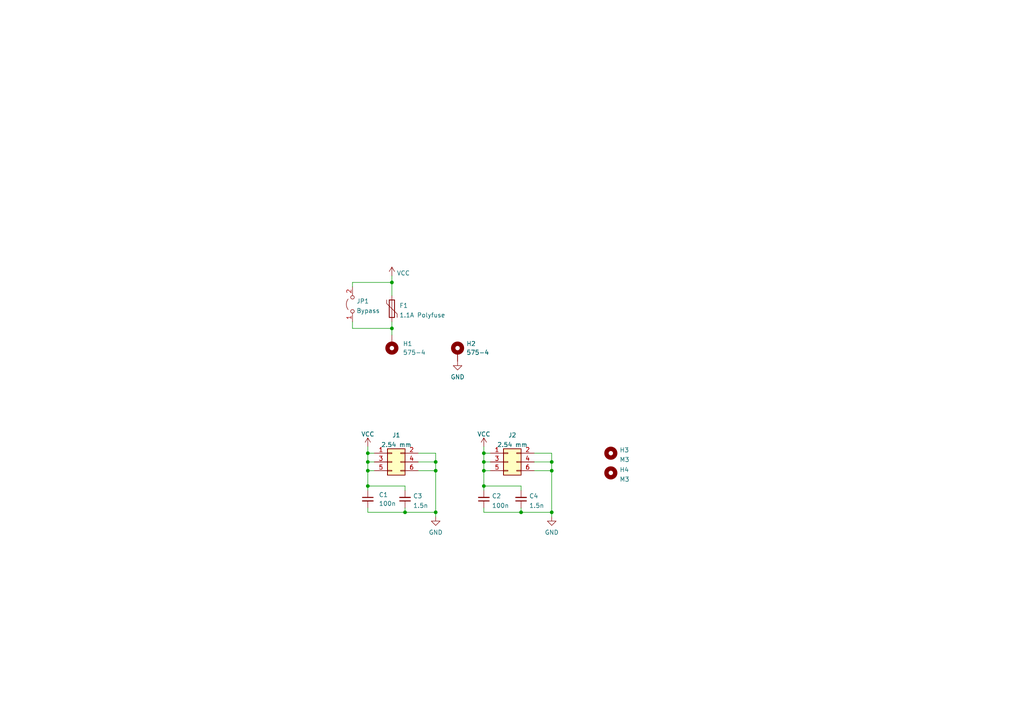
<source format=kicad_sch>
(kicad_sch (version 20211123) (generator eeschema)
  (paper "A4")
  (lib_symbols
    (symbol "Connector_Generic:Conn_02x03_Odd_Even" (pin_names (offset 1.016) hide)
      (property "Reference" "J" (at 1.27 5.08 0))
      (property "Value" "Conn_02x03_Odd_Even" (at 1.27 -5.08 0))
      (symbol "Conn_02x03_Odd_Even_1_1"
        (rectangle (start -1.27 -2.413) (end 0 -2.667) (stroke (width 0.1524)))
        (rectangle (start -1.27 0.127) (end 0 -0.127) (stroke (width 0.1524)))
        (rectangle (start -1.27 2.667) (end 0 2.413) (stroke (width 0.1524)))
        (rectangle (start -1.27 3.81) (end 3.81 -3.81) (stroke (width 0.254)) (fill (type background)))
        (rectangle (start 3.81 -2.413) (end 2.54 -2.667) (stroke (width 0.1524)))
        (rectangle (start 3.81 0.127) (end 2.54 -0.127) (stroke (width 0.1524)))
        (rectangle (start 3.81 2.667) (end 2.54 2.413) (stroke (width 0.1524)))
        (pin passive line (at -5.08 2.54 0) (length 3.81) (name "Pin_1") (number "1"))
        (pin passive line (at 7.62 2.54 180) (length 3.81) (name "Pin_2") (number "2"))
        (pin passive line (at -5.08 0 0) (length 3.81) (name "Pin_3") (number "3"))
        (pin passive line (at 7.62 0 180) (length 3.81) (name "Pin_4") (number "4"))
        (pin passive line (at -5.08 -2.54 0) (length 3.81) (name "Pin_5") (number "5"))
        (pin passive line (at 7.62 -2.54 180) (length 3.81) (name "Pin_6") (number "6"))
      )
    )
    (symbol "Device:C_Small" (pin_numbers hide) (pin_names (offset 0.254) hide)
      (property "Reference" "C" (at 0.254 1.778 0))
      (property "Value" "C_Small" (at 0.254 -2.032 0))
      (symbol "C_Small_0_1"
        (polyline (pts (xy -1.524 -0.508) (xy 1.524 -0.508)) (stroke (width 0.3302)))
        (polyline (pts (xy -1.524 0.508) (xy 1.524 0.508)) (stroke (width 0.3048)))
      )
      (symbol "C_Small_1_1"
        (pin passive line (at 0 2.54 270) (length 2.032) (name "~") (number "1"))
        (pin passive line (at 0 -2.54 90) (length 2.032) (name "~") (number "2"))
      )
    )
    (symbol "Device:Polyfuse" (pin_numbers hide) (pin_names (offset 0))
      (property "Reference" "F" (at -2.54 0 90))
      (property "Value" "Polyfuse" (at 2.54 0 90))
      (symbol "Polyfuse_0_1"
        (rectangle (start -0.762 2.54) (end 0.762 -2.54) (stroke (width 0.254)))
        (polyline (pts (xy 0 2.54) (xy 0 -2.54)))
        (polyline (pts (xy -1.524 2.54) (xy -1.524 1.524) (xy 1.524 -1.524) (xy 1.524 -2.54)))
      )
      (symbol "Polyfuse_1_1"
        (pin passive line (at 0 3.81 270) (length 1.27) (name "~") (number "1"))
        (pin passive line (at 0 -3.81 90) (length 1.27) (name "~") (number "2"))
      )
    )
    (symbol "Jumper:Jumper_2_Open" (pin_names (offset 0) hide)
      (property "Reference" "JP" (at 0 2.794 0))
      (property "Value" "Jumper_2_Open" (at 0 -2.286 0))
      (symbol "Jumper_2_Open_0_0"
        (circle (center -2.032 0) (radius 0.508))
        (circle (center 2.032 0) (radius 0.508))
      )
      (symbol "Jumper_2_Open_0_1"
        (arc (start 1.524 1.27) (mid 0 1.778) (end -1.524 1.27))
      )
      (symbol "Jumper_2_Open_1_1"
        (pin passive line (at -5.08 0 0) (length 2.54) (name "A") (number "1"))
        (pin passive line (at 5.08 0 180) (length 2.54) (name "B") (number "2"))
      )
    )
    (symbol "Mechanical:MountingHole" (pin_names (offset 1.016))
      (property "Reference" "H" (at 0 5.08 0))
      (property "Value" "MountingHole" (at 0 3.175 0))
      (symbol "MountingHole_0_1"
        (circle (center 0 0) (radius 1.27) (stroke (width 1.27)))
      )
    )
    (symbol "Mechanical:MountingHole_Pad" (pin_numbers hide) (pin_names (offset 1.016) hide)
      (property "Reference" "H" (at 0 6.35 0))
      (property "Value" "MountingHole_Pad" (at 0 4.445 0))
      (symbol "MountingHole_Pad_0_1"
        (circle (center 0 1.27) (radius 1.27) (stroke (width 1.27)))
      )
      (symbol "MountingHole_Pad_1_1"
        (pin input line (at 0 -2.54 90) (length 2.54) (name "1") (number "1"))
      )
    )
    (symbol "power:GND" (power) (pin_names (offset 0))
      (property "Value" "GND" (at 0 -3.81 0))
      (symbol "GND_0_1"
        (polyline (pts (xy 0 0) (xy 0 -1.27) (xy 1.27 -1.27) (xy 0 -2.54) (xy -1.27 -1.27) (xy 0 -1.27)))
      )
      (symbol "GND_1_1"
        (pin power_in line (at 0 0 270) (length 0) hide (name "GND") (number "1"))
      )
    )
    (symbol "power:VCC" (power) (pin_names (offset 0))
      (property "Value" "VCC" (at 0 3.81 0))
      (symbol "VCC_0_1"
        (polyline (pts (xy -0.762 1.27) (xy 0 2.54)))
        (polyline (pts (xy 0 0) (xy 0 2.54)))
        (polyline (pts (xy 0 2.54) (xy 0.762 1.27)))
      )
      (symbol "VCC_1_1"
        (pin power_in line (at 0 0 90) (length 0) hide (name "VCC") (number "1"))
      )
    )
  )
  (junction (at 106.68 136.525))
  (junction (at 140.335 136.525))
  (junction (at 106.68 140.97))
  (junction (at 126.365 136.525))
  (junction (at 140.335 131.445))
  (junction (at 160.02 133.985))
  (junction (at 126.365 148.59))
  (junction (at 106.68 133.985))
  (junction (at 160.02 148.59))
  (junction (at 113.665 81.915))
  (junction (at 113.665 95.25))
  (junction (at 106.68 131.445))
  (junction (at 151.13 148.59))
  (junction (at 140.335 133.985))
  (junction (at 160.02 136.525))
  (junction (at 140.335 140.97))
  (junction (at 126.365 133.985))
  (junction (at 117.475 148.59))
  (wire (pts (xy 140.335 133.985) (xy 140.335 136.525)))
  (wire (pts (xy 142.24 136.525) (xy 140.335 136.525)))
  (wire (pts (xy 113.665 93.345) (xy 113.665 95.25)))
  (wire (pts (xy 106.68 131.445) (xy 106.68 133.985)))
  (wire (pts (xy 108.585 133.985) (xy 106.68 133.985)))
  (wire (pts (xy 113.665 80.01) (xy 113.665 81.915)))
  (wire (pts (xy 154.94 133.985) (xy 160.02 133.985)))
  (wire (pts (xy 106.68 133.985) (xy 106.68 136.525)))
  (wire (pts (xy 108.585 136.525) (xy 106.68 136.525)))
  (wire (pts (xy 102.235 83.185) (xy 102.235 81.915)))
  (wire (pts (xy 160.02 131.445) (xy 154.94 131.445)))
  (wire (pts (xy 102.235 93.345) (xy 102.235 95.25)))
  (wire (pts (xy 126.365 136.525) (xy 126.365 148.59)))
  (wire (pts (xy 108.585 131.445) (xy 106.68 131.445)))
  (wire (pts (xy 102.235 81.915) (xy 113.665 81.915)))
  (wire (pts (xy 106.68 140.97) (xy 117.475 140.97)))
  (wire (pts (xy 113.665 81.915) (xy 113.665 85.725)))
  (wire (pts (xy 151.13 142.24) (xy 151.13 140.97)))
  (wire (pts (xy 154.94 136.525) (xy 160.02 136.525)))
  (wire (pts (xy 121.285 136.525) (xy 126.365 136.525)))
  (wire (pts (xy 140.335 140.97) (xy 140.335 142.24)))
  (wire (pts (xy 121.285 133.985) (xy 126.365 133.985)))
  (wire (pts (xy 151.13 148.59) (xy 151.13 147.32)))
  (wire (pts (xy 106.68 148.59) (xy 117.475 148.59)))
  (wire (pts (xy 160.02 149.86) (xy 160.02 148.59)))
  (wire (pts (xy 106.68 147.32) (xy 106.68 148.59)))
  (wire (pts (xy 140.335 148.59) (xy 151.13 148.59)))
  (wire (pts (xy 142.24 131.445) (xy 140.335 131.445)))
  (wire (pts (xy 140.335 147.32) (xy 140.335 148.59)))
  (wire (pts (xy 126.365 148.59) (xy 117.475 148.59)))
  (wire (pts (xy 160.02 148.59) (xy 151.13 148.59)))
  (wire (pts (xy 117.475 142.24) (xy 117.475 140.97)))
  (wire (pts (xy 106.68 136.525) (xy 106.68 140.97)))
  (wire (pts (xy 142.24 133.985) (xy 140.335 133.985)))
  (wire (pts (xy 113.665 95.25) (xy 113.665 97.155)))
  (wire (pts (xy 160.02 131.445) (xy 160.02 133.985)))
  (wire (pts (xy 160.02 136.525) (xy 160.02 148.59)))
  (wire (pts (xy 140.335 131.445) (xy 140.335 133.985)))
  (wire (pts (xy 140.335 136.525) (xy 140.335 140.97)))
  (wire (pts (xy 117.475 148.59) (xy 117.475 147.32)))
  (wire (pts (xy 106.68 140.97) (xy 106.68 142.24)))
  (wire (pts (xy 106.68 129.54) (xy 106.68 131.445)))
  (wire (pts (xy 160.02 133.985) (xy 160.02 136.525)))
  (wire (pts (xy 126.365 131.445) (xy 121.285 131.445)))
  (wire (pts (xy 126.365 149.86) (xy 126.365 148.59)))
  (wire (pts (xy 140.335 129.54) (xy 140.335 131.445)))
  (wire (pts (xy 126.365 133.985) (xy 126.365 136.525)))
  (wire (pts (xy 140.335 140.97) (xy 151.13 140.97)))
  (wire (pts (xy 126.365 131.445) (xy 126.365 133.985)))
  (wire (pts (xy 102.235 95.25) (xy 113.665 95.25)))
  (symbol (lib_id "Mechanical:MountingHole") (at 177.165 137.16 0) (unit 1)
    (property "Reference" "H4" (at 179.705 136.2515 0) (effects (justify left)))
    (property "Value" "M3" (at 179.705 139.0266 0) (effects (justify left)))
    (property "Footprint" "MountingHole:MountingHole_3.2mm_M3_DIN965" (effects hide))
  )
  (symbol (lib_id "Device:C_Small") (at 140.335 144.78 180) (unit 1)
    (property "Reference" "C2" (at 142.6591 143.8651 0) (effects (justify right)))
    (property "Value" "100n" (at 142.6591 146.6402 0) (effects (justify right)))
    (property "Footprint" "SamacSys_Parts:C_0603_1608Metric" (effects hide))
  )
  (symbol (lib_id "Device:C_Small") (at 117.475 144.78 180) (unit 1)
    (property "Reference" "C3" (at 119.7991 143.8651 0) (effects (justify right)))
    (property "Value" "1.5n" (at 119.7991 146.6402 0) (effects (justify right)))
    (property "Footprint" "SamacSys_Parts:C_0603_1608Metric" (effects hide))
  )
  (symbol (lib_id "Device:C_Small") (at 106.68 144.78 0) (unit 1)
    (property "Reference" "C1" (at 109.855 143.5162 0) (effects (justify left)))
    (property "Value" "100n" (at 109.855 146.0562 0) (effects (justify left)))
    (property "Footprint" "SamacSys_Parts:C_0603_1608Metric" (effects hide))
  )
  (symbol (lib_id "Mechanical:MountingHole") (at 177.165 131.445 0) (unit 1)
    (property "Reference" "H3" (at 179.705 130.5365 0) (effects (justify left)))
    (property "Value" "M3" (at 179.705 133.3116 0) (effects (justify left)))
    (property "Footprint" "MountingHole:MountingHole_3.2mm_M3_DIN965" (effects hide))
  )
  (symbol (lib_id "Mechanical:MountingHole_Pad") (at 113.665 99.695 180) (unit 1)
    (property "Reference" "H1" (at 116.84 99.6949 0) (effects (justify right)))
    (property "Value" "575-4" (at 116.84 102.2349 0) (effects (justify right)))
    (property "Footprint" "SamacSys_Parts:MountingHole_5.3mm_M5_DIN965_Pad_TopBottom" (effects hide))
  )
  (symbol (lib_id "Connector_Generic:Conn_02x03_Odd_Even") (at 147.32 133.985 0) (unit 1)
    (property "Reference" "J2" (at 148.59 126.2085 0))
    (property "Value" "2.54 mm" (at 148.59 128.9836 0))
    (property "Footprint" "Connector_PinHeader_2.54mm:PinHeader_2x03_P2.54mm_Vertical" (effects hide))
  )
  (symbol (lib_id "power:VCC") (at 106.68 129.54 0) (unit 1)
    (property "Reference" "#PWR01" (effects hide))
    (property "Value" "VCC" (at 106.68 125.9355 0))
  )
  (symbol (lib_id "Device:Polyfuse") (at 113.665 89.535 0) (unit 1)
    (property "Reference" "F1" (at 115.824 88.6265 0) (effects (justify left)))
    (property "Value" "1.1A Polyfuse" (at 115.824 91.4016 0) (effects (justify left)))
    (property "Footprint" "Fuse:Fuse_2920_7451Metric" (effects hide))
  )
  (symbol (lib_id "Device:C_Small") (at 151.13 144.78 180) (unit 1)
    (property "Reference" "C4" (at 153.4541 143.8651 0) (effects (justify right)))
    (property "Value" "1.5n" (at 153.4541 146.6402 0) (effects (justify right)))
    (property "Footprint" "SamacSys_Parts:C_0603_1608Metric" (effects hide))
  )
  (symbol (lib_id "Mechanical:MountingHole_Pad") (at 132.715 102.235 0) (unit 1)
    (property "Reference" "H2" (at 135.255 99.6949 0) (effects (justify left)))
    (property "Value" "575-4" (at 135.255 102.2349 0) (effects (justify left)))
    (property "Footprint" "SamacSys_Parts:MountingHole_5.3mm_M5_DIN965_Pad_TopBottom" (effects hide))
  )
  (symbol (lib_id "power:GND") (at 160.02 149.86 0) (unit 1)
    (property "Reference" "#PWR0102" (effects hide))
    (property "Value" "GND" (at 160.02 154.4225 0))
  )
  (symbol (lib_id "Connector_Generic:Conn_02x03_Odd_Even") (at 113.665 133.985 0) (unit 1)
    (property "Reference" "J1" (at 114.935 126.2085 0))
    (property "Value" "2.54 mm" (at 114.935 128.9836 0))
    (property "Footprint" "Connector_PinHeader_2.54mm:PinHeader_2x03_P2.54mm_Vertical" (effects hide))
  )
  (symbol (lib_id "power:GND") (at 132.715 104.775 0) (unit 1)
    (property "Reference" "#PWR04" (effects hide))
    (property "Value" "GND" (at 132.715 109.3375 0))
  )
  (symbol (lib_id "power:VCC") (at 140.335 129.54 0) (unit 1)
    (property "Reference" "#PWR06" (effects hide))
    (property "Value" "VCC" (at 140.335 125.9355 0))
  )
  (symbol (lib_id "power:VCC") (at 113.665 80.01 0) (unit 1)
    (property "Reference" "#PWR02" (effects hide))
    (property "Value" "VCC" (at 115.062 79.219 0) (effects (justify left)))
  )
  (symbol (lib_id "power:GND") (at 126.365 149.86 0) (unit 1)
    (property "Reference" "#PWR0101" (effects hide))
    (property "Value" "GND" (at 126.365 154.4225 0))
  )
  (symbol (lib_id "Jumper:Jumper_2_Open") (at 102.235 88.265 90) (unit 1)
    (property "Reference" "JP1" (at 103.378 87.3565 90) (effects (justify right)))
    (property "Value" "Bypass" (at 103.378 90.1316 90) (effects (justify right)))
    (property "Footprint" "Jumper:SolderJumper-2_P1.3mm_Open_Pad1.0x1.5mm" (effects hide))
  )
)
</source>
